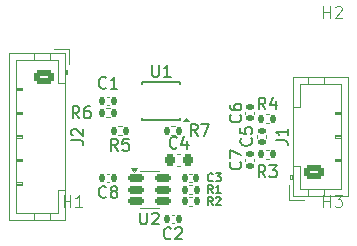
<source format=gbr>
%TF.GenerationSoftware,KiCad,Pcbnew,8.0.1*%
%TF.CreationDate,2024-04-17T01:28:12-04:00*%
%TF.ProjectId,ads1115_board,61647331-3131-4355-9f62-6f6172642e6b,rev?*%
%TF.SameCoordinates,Original*%
%TF.FileFunction,Legend,Top*%
%TF.FilePolarity,Positive*%
%FSLAX46Y46*%
G04 Gerber Fmt 4.6, Leading zero omitted, Abs format (unit mm)*
G04 Created by KiCad (PCBNEW 8.0.1) date 2024-04-17 01:28:12*
%MOMM*%
%LPD*%
G01*
G04 APERTURE LIST*
G04 Aperture macros list*
%AMRoundRect*
0 Rectangle with rounded corners*
0 $1 Rounding radius*
0 $2 $3 $4 $5 $6 $7 $8 $9 X,Y pos of 4 corners*
0 Add a 4 corners polygon primitive as box body*
4,1,4,$2,$3,$4,$5,$6,$7,$8,$9,$2,$3,0*
0 Add four circle primitives for the rounded corners*
1,1,$1+$1,$2,$3*
1,1,$1+$1,$4,$5*
1,1,$1+$1,$6,$7*
1,1,$1+$1,$8,$9*
0 Add four rect primitives between the rounded corners*
20,1,$1+$1,$2,$3,$4,$5,0*
20,1,$1+$1,$4,$5,$6,$7,0*
20,1,$1+$1,$6,$7,$8,$9,0*
20,1,$1+$1,$8,$9,$2,$3,0*%
G04 Aperture macros list end*
%ADD10C,0.100000*%
%ADD11C,0.150000*%
%ADD12C,0.120000*%
%ADD13C,1.300000*%
%ADD14RoundRect,0.225000X-0.225000X-0.250000X0.225000X-0.250000X0.225000X0.250000X-0.225000X0.250000X0*%
%ADD15RoundRect,0.135000X0.135000X0.185000X-0.135000X0.185000X-0.135000X-0.185000X0.135000X-0.185000X0*%
%ADD16RoundRect,0.140000X0.140000X0.170000X-0.140000X0.170000X-0.140000X-0.170000X0.140000X-0.170000X0*%
%ADD17RoundRect,0.140000X-0.140000X-0.170000X0.140000X-0.170000X0.140000X0.170000X-0.140000X0.170000X0*%
%ADD18RoundRect,0.140000X0.170000X-0.140000X0.170000X0.140000X-0.170000X0.140000X-0.170000X-0.140000X0*%
%ADD19RoundRect,0.135000X-0.135000X-0.185000X0.135000X-0.185000X0.135000X0.185000X-0.135000X0.185000X0*%
%ADD20RoundRect,0.250000X0.625000X-0.350000X0.625000X0.350000X-0.625000X0.350000X-0.625000X-0.350000X0*%
%ADD21O,1.750000X1.200000*%
%ADD22RoundRect,0.250000X-0.625000X0.350000X-0.625000X-0.350000X0.625000X-0.350000X0.625000X0.350000X0*%
%ADD23RoundRect,0.150000X-0.512500X-0.150000X0.512500X-0.150000X0.512500X0.150000X-0.512500X0.150000X0*%
%ADD24R,1.100000X0.250000*%
G04 APERTURE END LIST*
D10*
X157238095Y-105957419D02*
X157238095Y-104957419D01*
X157238095Y-105433609D02*
X157809523Y-105433609D01*
X157809523Y-105957419D02*
X157809523Y-104957419D01*
X158190476Y-104957419D02*
X158809523Y-104957419D01*
X158809523Y-104957419D02*
X158476190Y-105338371D01*
X158476190Y-105338371D02*
X158619047Y-105338371D01*
X158619047Y-105338371D02*
X158714285Y-105385990D01*
X158714285Y-105385990D02*
X158761904Y-105433609D01*
X158761904Y-105433609D02*
X158809523Y-105528847D01*
X158809523Y-105528847D02*
X158809523Y-105766942D01*
X158809523Y-105766942D02*
X158761904Y-105862180D01*
X158761904Y-105862180D02*
X158714285Y-105909800D01*
X158714285Y-105909800D02*
X158619047Y-105957419D01*
X158619047Y-105957419D02*
X158333333Y-105957419D01*
X158333333Y-105957419D02*
X158238095Y-105909800D01*
X158238095Y-105909800D02*
X158190476Y-105862180D01*
X157238095Y-89957419D02*
X157238095Y-88957419D01*
X157238095Y-89433609D02*
X157809523Y-89433609D01*
X157809523Y-89957419D02*
X157809523Y-88957419D01*
X158238095Y-89052657D02*
X158285714Y-89005038D01*
X158285714Y-89005038D02*
X158380952Y-88957419D01*
X158380952Y-88957419D02*
X158619047Y-88957419D01*
X158619047Y-88957419D02*
X158714285Y-89005038D01*
X158714285Y-89005038D02*
X158761904Y-89052657D01*
X158761904Y-89052657D02*
X158809523Y-89147895D01*
X158809523Y-89147895D02*
X158809523Y-89243133D01*
X158809523Y-89243133D02*
X158761904Y-89385990D01*
X158761904Y-89385990D02*
X158190476Y-89957419D01*
X158190476Y-89957419D02*
X158809523Y-89957419D01*
X135238095Y-105957419D02*
X135238095Y-104957419D01*
X135238095Y-105433609D02*
X135809523Y-105433609D01*
X135809523Y-105957419D02*
X135809523Y-104957419D01*
X136809523Y-105957419D02*
X136238095Y-105957419D01*
X136523809Y-105957419D02*
X136523809Y-104957419D01*
X136523809Y-104957419D02*
X136428571Y-105100276D01*
X136428571Y-105100276D02*
X136333333Y-105195514D01*
X136333333Y-105195514D02*
X136238095Y-105243133D01*
D11*
X144833333Y-100929580D02*
X144785714Y-100977200D01*
X144785714Y-100977200D02*
X144642857Y-101024819D01*
X144642857Y-101024819D02*
X144547619Y-101024819D01*
X144547619Y-101024819D02*
X144404762Y-100977200D01*
X144404762Y-100977200D02*
X144309524Y-100881961D01*
X144309524Y-100881961D02*
X144261905Y-100786723D01*
X144261905Y-100786723D02*
X144214286Y-100596247D01*
X144214286Y-100596247D02*
X144214286Y-100453390D01*
X144214286Y-100453390D02*
X144261905Y-100262914D01*
X144261905Y-100262914D02*
X144309524Y-100167676D01*
X144309524Y-100167676D02*
X144404762Y-100072438D01*
X144404762Y-100072438D02*
X144547619Y-100024819D01*
X144547619Y-100024819D02*
X144642857Y-100024819D01*
X144642857Y-100024819D02*
X144785714Y-100072438D01*
X144785714Y-100072438D02*
X144833333Y-100120057D01*
X145690476Y-100358152D02*
X145690476Y-101024819D01*
X145452381Y-99977200D02*
X145214286Y-100691485D01*
X145214286Y-100691485D02*
X145833333Y-100691485D01*
X152333333Y-97704819D02*
X152000000Y-97228628D01*
X151761905Y-97704819D02*
X151761905Y-96704819D01*
X151761905Y-96704819D02*
X152142857Y-96704819D01*
X152142857Y-96704819D02*
X152238095Y-96752438D01*
X152238095Y-96752438D02*
X152285714Y-96800057D01*
X152285714Y-96800057D02*
X152333333Y-96895295D01*
X152333333Y-96895295D02*
X152333333Y-97038152D01*
X152333333Y-97038152D02*
X152285714Y-97133390D01*
X152285714Y-97133390D02*
X152238095Y-97181009D01*
X152238095Y-97181009D02*
X152142857Y-97228628D01*
X152142857Y-97228628D02*
X151761905Y-97228628D01*
X153190476Y-97038152D02*
X153190476Y-97704819D01*
X152952381Y-96657200D02*
X152714286Y-97371485D01*
X152714286Y-97371485D02*
X153333333Y-97371485D01*
X147883333Y-105816033D02*
X147650000Y-105482700D01*
X147483333Y-105816033D02*
X147483333Y-105116033D01*
X147483333Y-105116033D02*
X147750000Y-105116033D01*
X147750000Y-105116033D02*
X147816667Y-105149366D01*
X147816667Y-105149366D02*
X147850000Y-105182700D01*
X147850000Y-105182700D02*
X147883333Y-105249366D01*
X147883333Y-105249366D02*
X147883333Y-105349366D01*
X147883333Y-105349366D02*
X147850000Y-105416033D01*
X147850000Y-105416033D02*
X147816667Y-105449366D01*
X147816667Y-105449366D02*
X147750000Y-105482700D01*
X147750000Y-105482700D02*
X147483333Y-105482700D01*
X148150000Y-105182700D02*
X148183333Y-105149366D01*
X148183333Y-105149366D02*
X148250000Y-105116033D01*
X148250000Y-105116033D02*
X148416667Y-105116033D01*
X148416667Y-105116033D02*
X148483333Y-105149366D01*
X148483333Y-105149366D02*
X148516667Y-105182700D01*
X148516667Y-105182700D02*
X148550000Y-105249366D01*
X148550000Y-105249366D02*
X148550000Y-105316033D01*
X148550000Y-105316033D02*
X148516667Y-105416033D01*
X148516667Y-105416033D02*
X148116667Y-105816033D01*
X148116667Y-105816033D02*
X148550000Y-105816033D01*
X147883333Y-103749366D02*
X147850000Y-103782700D01*
X147850000Y-103782700D02*
X147750000Y-103816033D01*
X147750000Y-103816033D02*
X147683333Y-103816033D01*
X147683333Y-103816033D02*
X147583333Y-103782700D01*
X147583333Y-103782700D02*
X147516667Y-103716033D01*
X147516667Y-103716033D02*
X147483333Y-103649366D01*
X147483333Y-103649366D02*
X147450000Y-103516033D01*
X147450000Y-103516033D02*
X147450000Y-103416033D01*
X147450000Y-103416033D02*
X147483333Y-103282700D01*
X147483333Y-103282700D02*
X147516667Y-103216033D01*
X147516667Y-103216033D02*
X147583333Y-103149366D01*
X147583333Y-103149366D02*
X147683333Y-103116033D01*
X147683333Y-103116033D02*
X147750000Y-103116033D01*
X147750000Y-103116033D02*
X147850000Y-103149366D01*
X147850000Y-103149366D02*
X147883333Y-103182700D01*
X148116667Y-103116033D02*
X148550000Y-103116033D01*
X148550000Y-103116033D02*
X148316667Y-103382700D01*
X148316667Y-103382700D02*
X148416667Y-103382700D01*
X148416667Y-103382700D02*
X148483333Y-103416033D01*
X148483333Y-103416033D02*
X148516667Y-103449366D01*
X148516667Y-103449366D02*
X148550000Y-103516033D01*
X148550000Y-103516033D02*
X148550000Y-103682700D01*
X148550000Y-103682700D02*
X148516667Y-103749366D01*
X148516667Y-103749366D02*
X148483333Y-103782700D01*
X148483333Y-103782700D02*
X148416667Y-103816033D01*
X148416667Y-103816033D02*
X148216667Y-103816033D01*
X148216667Y-103816033D02*
X148150000Y-103782700D01*
X148150000Y-103782700D02*
X148116667Y-103749366D01*
X138833333Y-95859580D02*
X138785714Y-95907200D01*
X138785714Y-95907200D02*
X138642857Y-95954819D01*
X138642857Y-95954819D02*
X138547619Y-95954819D01*
X138547619Y-95954819D02*
X138404762Y-95907200D01*
X138404762Y-95907200D02*
X138309524Y-95811961D01*
X138309524Y-95811961D02*
X138261905Y-95716723D01*
X138261905Y-95716723D02*
X138214286Y-95526247D01*
X138214286Y-95526247D02*
X138214286Y-95383390D01*
X138214286Y-95383390D02*
X138261905Y-95192914D01*
X138261905Y-95192914D02*
X138309524Y-95097676D01*
X138309524Y-95097676D02*
X138404762Y-95002438D01*
X138404762Y-95002438D02*
X138547619Y-94954819D01*
X138547619Y-94954819D02*
X138642857Y-94954819D01*
X138642857Y-94954819D02*
X138785714Y-95002438D01*
X138785714Y-95002438D02*
X138833333Y-95050057D01*
X139785714Y-95954819D02*
X139214286Y-95954819D01*
X139500000Y-95954819D02*
X139500000Y-94954819D01*
X139500000Y-94954819D02*
X139404762Y-95097676D01*
X139404762Y-95097676D02*
X139309524Y-95192914D01*
X139309524Y-95192914D02*
X139214286Y-95240533D01*
X139833333Y-101204819D02*
X139500000Y-100728628D01*
X139261905Y-101204819D02*
X139261905Y-100204819D01*
X139261905Y-100204819D02*
X139642857Y-100204819D01*
X139642857Y-100204819D02*
X139738095Y-100252438D01*
X139738095Y-100252438D02*
X139785714Y-100300057D01*
X139785714Y-100300057D02*
X139833333Y-100395295D01*
X139833333Y-100395295D02*
X139833333Y-100538152D01*
X139833333Y-100538152D02*
X139785714Y-100633390D01*
X139785714Y-100633390D02*
X139738095Y-100681009D01*
X139738095Y-100681009D02*
X139642857Y-100728628D01*
X139642857Y-100728628D02*
X139261905Y-100728628D01*
X140738095Y-100204819D02*
X140261905Y-100204819D01*
X140261905Y-100204819D02*
X140214286Y-100681009D01*
X140214286Y-100681009D02*
X140261905Y-100633390D01*
X140261905Y-100633390D02*
X140357143Y-100585771D01*
X140357143Y-100585771D02*
X140595238Y-100585771D01*
X140595238Y-100585771D02*
X140690476Y-100633390D01*
X140690476Y-100633390D02*
X140738095Y-100681009D01*
X140738095Y-100681009D02*
X140785714Y-100776247D01*
X140785714Y-100776247D02*
X140785714Y-101014342D01*
X140785714Y-101014342D02*
X140738095Y-101109580D01*
X140738095Y-101109580D02*
X140690476Y-101157200D01*
X140690476Y-101157200D02*
X140595238Y-101204819D01*
X140595238Y-101204819D02*
X140357143Y-101204819D01*
X140357143Y-101204819D02*
X140261905Y-101157200D01*
X140261905Y-101157200D02*
X140214286Y-101109580D01*
X147883333Y-104816033D02*
X147650000Y-104482700D01*
X147483333Y-104816033D02*
X147483333Y-104116033D01*
X147483333Y-104116033D02*
X147750000Y-104116033D01*
X147750000Y-104116033D02*
X147816667Y-104149366D01*
X147816667Y-104149366D02*
X147850000Y-104182700D01*
X147850000Y-104182700D02*
X147883333Y-104249366D01*
X147883333Y-104249366D02*
X147883333Y-104349366D01*
X147883333Y-104349366D02*
X147850000Y-104416033D01*
X147850000Y-104416033D02*
X147816667Y-104449366D01*
X147816667Y-104449366D02*
X147750000Y-104482700D01*
X147750000Y-104482700D02*
X147483333Y-104482700D01*
X148550000Y-104816033D02*
X148150000Y-104816033D01*
X148350000Y-104816033D02*
X148350000Y-104116033D01*
X148350000Y-104116033D02*
X148283333Y-104216033D01*
X148283333Y-104216033D02*
X148216667Y-104282700D01*
X148216667Y-104282700D02*
X148150000Y-104316033D01*
X151109580Y-100166666D02*
X151157200Y-100214285D01*
X151157200Y-100214285D02*
X151204819Y-100357142D01*
X151204819Y-100357142D02*
X151204819Y-100452380D01*
X151204819Y-100452380D02*
X151157200Y-100595237D01*
X151157200Y-100595237D02*
X151061961Y-100690475D01*
X151061961Y-100690475D02*
X150966723Y-100738094D01*
X150966723Y-100738094D02*
X150776247Y-100785713D01*
X150776247Y-100785713D02*
X150633390Y-100785713D01*
X150633390Y-100785713D02*
X150442914Y-100738094D01*
X150442914Y-100738094D02*
X150347676Y-100690475D01*
X150347676Y-100690475D02*
X150252438Y-100595237D01*
X150252438Y-100595237D02*
X150204819Y-100452380D01*
X150204819Y-100452380D02*
X150204819Y-100357142D01*
X150204819Y-100357142D02*
X150252438Y-100214285D01*
X150252438Y-100214285D02*
X150300057Y-100166666D01*
X150204819Y-99261904D02*
X150204819Y-99738094D01*
X150204819Y-99738094D02*
X150681009Y-99785713D01*
X150681009Y-99785713D02*
X150633390Y-99738094D01*
X150633390Y-99738094D02*
X150585771Y-99642856D01*
X150585771Y-99642856D02*
X150585771Y-99404761D01*
X150585771Y-99404761D02*
X150633390Y-99309523D01*
X150633390Y-99309523D02*
X150681009Y-99261904D01*
X150681009Y-99261904D02*
X150776247Y-99214285D01*
X150776247Y-99214285D02*
X151014342Y-99214285D01*
X151014342Y-99214285D02*
X151109580Y-99261904D01*
X151109580Y-99261904D02*
X151157200Y-99309523D01*
X151157200Y-99309523D02*
X151204819Y-99404761D01*
X151204819Y-99404761D02*
X151204819Y-99642856D01*
X151204819Y-99642856D02*
X151157200Y-99738094D01*
X151157200Y-99738094D02*
X151109580Y-99785713D01*
X136583333Y-98454819D02*
X136250000Y-97978628D01*
X136011905Y-98454819D02*
X136011905Y-97454819D01*
X136011905Y-97454819D02*
X136392857Y-97454819D01*
X136392857Y-97454819D02*
X136488095Y-97502438D01*
X136488095Y-97502438D02*
X136535714Y-97550057D01*
X136535714Y-97550057D02*
X136583333Y-97645295D01*
X136583333Y-97645295D02*
X136583333Y-97788152D01*
X136583333Y-97788152D02*
X136535714Y-97883390D01*
X136535714Y-97883390D02*
X136488095Y-97931009D01*
X136488095Y-97931009D02*
X136392857Y-97978628D01*
X136392857Y-97978628D02*
X136011905Y-97978628D01*
X137440476Y-97454819D02*
X137250000Y-97454819D01*
X137250000Y-97454819D02*
X137154762Y-97502438D01*
X137154762Y-97502438D02*
X137107143Y-97550057D01*
X137107143Y-97550057D02*
X137011905Y-97692914D01*
X137011905Y-97692914D02*
X136964286Y-97883390D01*
X136964286Y-97883390D02*
X136964286Y-98264342D01*
X136964286Y-98264342D02*
X137011905Y-98359580D01*
X137011905Y-98359580D02*
X137059524Y-98407200D01*
X137059524Y-98407200D02*
X137154762Y-98454819D01*
X137154762Y-98454819D02*
X137345238Y-98454819D01*
X137345238Y-98454819D02*
X137440476Y-98407200D01*
X137440476Y-98407200D02*
X137488095Y-98359580D01*
X137488095Y-98359580D02*
X137535714Y-98264342D01*
X137535714Y-98264342D02*
X137535714Y-98026247D01*
X137535714Y-98026247D02*
X137488095Y-97931009D01*
X137488095Y-97931009D02*
X137440476Y-97883390D01*
X137440476Y-97883390D02*
X137345238Y-97835771D01*
X137345238Y-97835771D02*
X137154762Y-97835771D01*
X137154762Y-97835771D02*
X137059524Y-97883390D01*
X137059524Y-97883390D02*
X137011905Y-97931009D01*
X137011905Y-97931009D02*
X136964286Y-98026247D01*
X150199580Y-102166666D02*
X150247200Y-102214285D01*
X150247200Y-102214285D02*
X150294819Y-102357142D01*
X150294819Y-102357142D02*
X150294819Y-102452380D01*
X150294819Y-102452380D02*
X150247200Y-102595237D01*
X150247200Y-102595237D02*
X150151961Y-102690475D01*
X150151961Y-102690475D02*
X150056723Y-102738094D01*
X150056723Y-102738094D02*
X149866247Y-102785713D01*
X149866247Y-102785713D02*
X149723390Y-102785713D01*
X149723390Y-102785713D02*
X149532914Y-102738094D01*
X149532914Y-102738094D02*
X149437676Y-102690475D01*
X149437676Y-102690475D02*
X149342438Y-102595237D01*
X149342438Y-102595237D02*
X149294819Y-102452380D01*
X149294819Y-102452380D02*
X149294819Y-102357142D01*
X149294819Y-102357142D02*
X149342438Y-102214285D01*
X149342438Y-102214285D02*
X149390057Y-102166666D01*
X149294819Y-101833332D02*
X149294819Y-101166666D01*
X149294819Y-101166666D02*
X150294819Y-101595237D01*
X146583333Y-99954819D02*
X146250000Y-99478628D01*
X146011905Y-99954819D02*
X146011905Y-98954819D01*
X146011905Y-98954819D02*
X146392857Y-98954819D01*
X146392857Y-98954819D02*
X146488095Y-99002438D01*
X146488095Y-99002438D02*
X146535714Y-99050057D01*
X146535714Y-99050057D02*
X146583333Y-99145295D01*
X146583333Y-99145295D02*
X146583333Y-99288152D01*
X146583333Y-99288152D02*
X146535714Y-99383390D01*
X146535714Y-99383390D02*
X146488095Y-99431009D01*
X146488095Y-99431009D02*
X146392857Y-99478628D01*
X146392857Y-99478628D02*
X146011905Y-99478628D01*
X146916667Y-98954819D02*
X147583333Y-98954819D01*
X147583333Y-98954819D02*
X147154762Y-99954819D01*
X150199580Y-98166666D02*
X150247200Y-98214285D01*
X150247200Y-98214285D02*
X150294819Y-98357142D01*
X150294819Y-98357142D02*
X150294819Y-98452380D01*
X150294819Y-98452380D02*
X150247200Y-98595237D01*
X150247200Y-98595237D02*
X150151961Y-98690475D01*
X150151961Y-98690475D02*
X150056723Y-98738094D01*
X150056723Y-98738094D02*
X149866247Y-98785713D01*
X149866247Y-98785713D02*
X149723390Y-98785713D01*
X149723390Y-98785713D02*
X149532914Y-98738094D01*
X149532914Y-98738094D02*
X149437676Y-98690475D01*
X149437676Y-98690475D02*
X149342438Y-98595237D01*
X149342438Y-98595237D02*
X149294819Y-98452380D01*
X149294819Y-98452380D02*
X149294819Y-98357142D01*
X149294819Y-98357142D02*
X149342438Y-98214285D01*
X149342438Y-98214285D02*
X149390057Y-98166666D01*
X149294819Y-97309523D02*
X149294819Y-97499999D01*
X149294819Y-97499999D02*
X149342438Y-97595237D01*
X149342438Y-97595237D02*
X149390057Y-97642856D01*
X149390057Y-97642856D02*
X149532914Y-97738094D01*
X149532914Y-97738094D02*
X149723390Y-97785713D01*
X149723390Y-97785713D02*
X150104342Y-97785713D01*
X150104342Y-97785713D02*
X150199580Y-97738094D01*
X150199580Y-97738094D02*
X150247200Y-97690475D01*
X150247200Y-97690475D02*
X150294819Y-97595237D01*
X150294819Y-97595237D02*
X150294819Y-97404761D01*
X150294819Y-97404761D02*
X150247200Y-97309523D01*
X150247200Y-97309523D02*
X150199580Y-97261904D01*
X150199580Y-97261904D02*
X150104342Y-97214285D01*
X150104342Y-97214285D02*
X149866247Y-97214285D01*
X149866247Y-97214285D02*
X149771009Y-97261904D01*
X149771009Y-97261904D02*
X149723390Y-97309523D01*
X149723390Y-97309523D02*
X149675771Y-97404761D01*
X149675771Y-97404761D02*
X149675771Y-97595237D01*
X149675771Y-97595237D02*
X149723390Y-97690475D01*
X149723390Y-97690475D02*
X149771009Y-97738094D01*
X149771009Y-97738094D02*
X149866247Y-97785713D01*
X153204819Y-100333333D02*
X153919104Y-100333333D01*
X153919104Y-100333333D02*
X154061961Y-100380952D01*
X154061961Y-100380952D02*
X154157200Y-100476190D01*
X154157200Y-100476190D02*
X154204819Y-100619047D01*
X154204819Y-100619047D02*
X154204819Y-100714285D01*
X154204819Y-99333333D02*
X154204819Y-99904761D01*
X154204819Y-99619047D02*
X153204819Y-99619047D01*
X153204819Y-99619047D02*
X153347676Y-99714285D01*
X153347676Y-99714285D02*
X153442914Y-99809523D01*
X153442914Y-99809523D02*
X153490533Y-99904761D01*
X144333333Y-108609580D02*
X144285714Y-108657200D01*
X144285714Y-108657200D02*
X144142857Y-108704819D01*
X144142857Y-108704819D02*
X144047619Y-108704819D01*
X144047619Y-108704819D02*
X143904762Y-108657200D01*
X143904762Y-108657200D02*
X143809524Y-108561961D01*
X143809524Y-108561961D02*
X143761905Y-108466723D01*
X143761905Y-108466723D02*
X143714286Y-108276247D01*
X143714286Y-108276247D02*
X143714286Y-108133390D01*
X143714286Y-108133390D02*
X143761905Y-107942914D01*
X143761905Y-107942914D02*
X143809524Y-107847676D01*
X143809524Y-107847676D02*
X143904762Y-107752438D01*
X143904762Y-107752438D02*
X144047619Y-107704819D01*
X144047619Y-107704819D02*
X144142857Y-107704819D01*
X144142857Y-107704819D02*
X144285714Y-107752438D01*
X144285714Y-107752438D02*
X144333333Y-107800057D01*
X144714286Y-107800057D02*
X144761905Y-107752438D01*
X144761905Y-107752438D02*
X144857143Y-107704819D01*
X144857143Y-107704819D02*
X145095238Y-107704819D01*
X145095238Y-107704819D02*
X145190476Y-107752438D01*
X145190476Y-107752438D02*
X145238095Y-107800057D01*
X145238095Y-107800057D02*
X145285714Y-107895295D01*
X145285714Y-107895295D02*
X145285714Y-107990533D01*
X145285714Y-107990533D02*
X145238095Y-108133390D01*
X145238095Y-108133390D02*
X144666667Y-108704819D01*
X144666667Y-108704819D02*
X145285714Y-108704819D01*
X138833333Y-105109580D02*
X138785714Y-105157200D01*
X138785714Y-105157200D02*
X138642857Y-105204819D01*
X138642857Y-105204819D02*
X138547619Y-105204819D01*
X138547619Y-105204819D02*
X138404762Y-105157200D01*
X138404762Y-105157200D02*
X138309524Y-105061961D01*
X138309524Y-105061961D02*
X138261905Y-104966723D01*
X138261905Y-104966723D02*
X138214286Y-104776247D01*
X138214286Y-104776247D02*
X138214286Y-104633390D01*
X138214286Y-104633390D02*
X138261905Y-104442914D01*
X138261905Y-104442914D02*
X138309524Y-104347676D01*
X138309524Y-104347676D02*
X138404762Y-104252438D01*
X138404762Y-104252438D02*
X138547619Y-104204819D01*
X138547619Y-104204819D02*
X138642857Y-104204819D01*
X138642857Y-104204819D02*
X138785714Y-104252438D01*
X138785714Y-104252438D02*
X138833333Y-104300057D01*
X139404762Y-104633390D02*
X139309524Y-104585771D01*
X139309524Y-104585771D02*
X139261905Y-104538152D01*
X139261905Y-104538152D02*
X139214286Y-104442914D01*
X139214286Y-104442914D02*
X139214286Y-104395295D01*
X139214286Y-104395295D02*
X139261905Y-104300057D01*
X139261905Y-104300057D02*
X139309524Y-104252438D01*
X139309524Y-104252438D02*
X139404762Y-104204819D01*
X139404762Y-104204819D02*
X139595238Y-104204819D01*
X139595238Y-104204819D02*
X139690476Y-104252438D01*
X139690476Y-104252438D02*
X139738095Y-104300057D01*
X139738095Y-104300057D02*
X139785714Y-104395295D01*
X139785714Y-104395295D02*
X139785714Y-104442914D01*
X139785714Y-104442914D02*
X139738095Y-104538152D01*
X139738095Y-104538152D02*
X139690476Y-104585771D01*
X139690476Y-104585771D02*
X139595238Y-104633390D01*
X139595238Y-104633390D02*
X139404762Y-104633390D01*
X139404762Y-104633390D02*
X139309524Y-104681009D01*
X139309524Y-104681009D02*
X139261905Y-104728628D01*
X139261905Y-104728628D02*
X139214286Y-104823866D01*
X139214286Y-104823866D02*
X139214286Y-105014342D01*
X139214286Y-105014342D02*
X139261905Y-105109580D01*
X139261905Y-105109580D02*
X139309524Y-105157200D01*
X139309524Y-105157200D02*
X139404762Y-105204819D01*
X139404762Y-105204819D02*
X139595238Y-105204819D01*
X139595238Y-105204819D02*
X139690476Y-105157200D01*
X139690476Y-105157200D02*
X139738095Y-105109580D01*
X139738095Y-105109580D02*
X139785714Y-105014342D01*
X139785714Y-105014342D02*
X139785714Y-104823866D01*
X139785714Y-104823866D02*
X139738095Y-104728628D01*
X139738095Y-104728628D02*
X139690476Y-104681009D01*
X139690476Y-104681009D02*
X139595238Y-104633390D01*
X135904819Y-100333333D02*
X136619104Y-100333333D01*
X136619104Y-100333333D02*
X136761961Y-100380952D01*
X136761961Y-100380952D02*
X136857200Y-100476190D01*
X136857200Y-100476190D02*
X136904819Y-100619047D01*
X136904819Y-100619047D02*
X136904819Y-100714285D01*
X136000057Y-99904761D02*
X135952438Y-99857142D01*
X135952438Y-99857142D02*
X135904819Y-99761904D01*
X135904819Y-99761904D02*
X135904819Y-99523809D01*
X135904819Y-99523809D02*
X135952438Y-99428571D01*
X135952438Y-99428571D02*
X136000057Y-99380952D01*
X136000057Y-99380952D02*
X136095295Y-99333333D01*
X136095295Y-99333333D02*
X136190533Y-99333333D01*
X136190533Y-99333333D02*
X136333390Y-99380952D01*
X136333390Y-99380952D02*
X136904819Y-99952380D01*
X136904819Y-99952380D02*
X136904819Y-99333333D01*
X141738095Y-106454819D02*
X141738095Y-107264342D01*
X141738095Y-107264342D02*
X141785714Y-107359580D01*
X141785714Y-107359580D02*
X141833333Y-107407200D01*
X141833333Y-107407200D02*
X141928571Y-107454819D01*
X141928571Y-107454819D02*
X142119047Y-107454819D01*
X142119047Y-107454819D02*
X142214285Y-107407200D01*
X142214285Y-107407200D02*
X142261904Y-107359580D01*
X142261904Y-107359580D02*
X142309523Y-107264342D01*
X142309523Y-107264342D02*
X142309523Y-106454819D01*
X142738095Y-106550057D02*
X142785714Y-106502438D01*
X142785714Y-106502438D02*
X142880952Y-106454819D01*
X142880952Y-106454819D02*
X143119047Y-106454819D01*
X143119047Y-106454819D02*
X143214285Y-106502438D01*
X143214285Y-106502438D02*
X143261904Y-106550057D01*
X143261904Y-106550057D02*
X143309523Y-106645295D01*
X143309523Y-106645295D02*
X143309523Y-106740533D01*
X143309523Y-106740533D02*
X143261904Y-106883390D01*
X143261904Y-106883390D02*
X142690476Y-107454819D01*
X142690476Y-107454819D02*
X143309523Y-107454819D01*
X142738095Y-93954819D02*
X142738095Y-94764342D01*
X142738095Y-94764342D02*
X142785714Y-94859580D01*
X142785714Y-94859580D02*
X142833333Y-94907200D01*
X142833333Y-94907200D02*
X142928571Y-94954819D01*
X142928571Y-94954819D02*
X143119047Y-94954819D01*
X143119047Y-94954819D02*
X143214285Y-94907200D01*
X143214285Y-94907200D02*
X143261904Y-94859580D01*
X143261904Y-94859580D02*
X143309523Y-94764342D01*
X143309523Y-94764342D02*
X143309523Y-93954819D01*
X144309523Y-94954819D02*
X143738095Y-94954819D01*
X144023809Y-94954819D02*
X144023809Y-93954819D01*
X144023809Y-93954819D02*
X143928571Y-94097676D01*
X143928571Y-94097676D02*
X143833333Y-94192914D01*
X143833333Y-94192914D02*
X143738095Y-94240533D01*
X152333333Y-103454819D02*
X152000000Y-102978628D01*
X151761905Y-103454819D02*
X151761905Y-102454819D01*
X151761905Y-102454819D02*
X152142857Y-102454819D01*
X152142857Y-102454819D02*
X152238095Y-102502438D01*
X152238095Y-102502438D02*
X152285714Y-102550057D01*
X152285714Y-102550057D02*
X152333333Y-102645295D01*
X152333333Y-102645295D02*
X152333333Y-102788152D01*
X152333333Y-102788152D02*
X152285714Y-102883390D01*
X152285714Y-102883390D02*
X152238095Y-102931009D01*
X152238095Y-102931009D02*
X152142857Y-102978628D01*
X152142857Y-102978628D02*
X151761905Y-102978628D01*
X152666667Y-102454819D02*
X153285714Y-102454819D01*
X153285714Y-102454819D02*
X152952381Y-102835771D01*
X152952381Y-102835771D02*
X153095238Y-102835771D01*
X153095238Y-102835771D02*
X153190476Y-102883390D01*
X153190476Y-102883390D02*
X153238095Y-102931009D01*
X153238095Y-102931009D02*
X153285714Y-103026247D01*
X153285714Y-103026247D02*
X153285714Y-103264342D01*
X153285714Y-103264342D02*
X153238095Y-103359580D01*
X153238095Y-103359580D02*
X153190476Y-103407200D01*
X153190476Y-103407200D02*
X153095238Y-103454819D01*
X153095238Y-103454819D02*
X152809524Y-103454819D01*
X152809524Y-103454819D02*
X152714286Y-103407200D01*
X152714286Y-103407200D02*
X152666667Y-103359580D01*
D12*
%TO.C,C4*%
X144859420Y-101490000D02*
X145140580Y-101490000D01*
X144859420Y-102510000D02*
X145140580Y-102510000D01*
%TO.C,R4*%
X152653641Y-98120000D02*
X152346359Y-98120000D01*
X152653641Y-98880000D02*
X152346359Y-98880000D01*
%TO.C,R2*%
X146153641Y-105120000D02*
X145846359Y-105120000D01*
X146153641Y-105880000D02*
X145846359Y-105880000D01*
%TO.C,C3*%
X146107836Y-103140000D02*
X145892164Y-103140000D01*
X146107836Y-103860000D02*
X145892164Y-103860000D01*
%TO.C,C1*%
X138892164Y-96640000D02*
X139107836Y-96640000D01*
X138892164Y-97360000D02*
X139107836Y-97360000D01*
%TO.C,R5*%
X140153641Y-99120000D02*
X139846359Y-99120000D01*
X140153641Y-99880000D02*
X139846359Y-99880000D01*
%TO.C,R1*%
X146153641Y-104120000D02*
X145846359Y-104120000D01*
X146153641Y-104880000D02*
X145846359Y-104880000D01*
%TO.C,C5*%
X152360000Y-100107836D02*
X152360000Y-99892164D01*
X151640000Y-100107836D02*
X151640000Y-99892164D01*
%TO.C,R6*%
X138846359Y-97620000D02*
X139153641Y-97620000D01*
X138846359Y-98380000D02*
X139153641Y-98380000D01*
%TO.C,C7*%
X150640000Y-102107836D02*
X150640000Y-101892164D01*
X151360000Y-102107836D02*
X151360000Y-101892164D01*
%TO.C,R7*%
X144653641Y-99880000D02*
X144346359Y-99880000D01*
X144653641Y-99120000D02*
X144346359Y-99120000D01*
%TO.C,C6*%
X150640000Y-98107836D02*
X150640000Y-97892164D01*
X151360000Y-98107836D02*
X151360000Y-97892164D01*
%TO.C,J1*%
X154340000Y-104110000D02*
X154340000Y-105360000D01*
X154340000Y-105360000D02*
X155590000Y-105360000D01*
X154440000Y-103300000D02*
X154440000Y-103600000D01*
X154440000Y-103600000D02*
X154640000Y-103600000D01*
X154540000Y-103300000D02*
X154540000Y-103600000D01*
X154640000Y-94940000D02*
X154640000Y-105060000D01*
X154640000Y-102500000D02*
X155250000Y-102500000D01*
X154640000Y-103300000D02*
X154440000Y-103300000D01*
X154640000Y-105060000D02*
X159360000Y-105060000D01*
X155250000Y-95550000D02*
X155250000Y-97500000D01*
X155250000Y-97500000D02*
X154640000Y-97500000D01*
X155250000Y-102500000D02*
X155250000Y-104450000D01*
X155250000Y-104450000D02*
X158750000Y-104450000D01*
X155950000Y-94940000D02*
X155950000Y-95550000D01*
X155950000Y-105060000D02*
X155950000Y-104450000D01*
X157250000Y-94940000D02*
X157250000Y-95550000D01*
X157250000Y-105060000D02*
X157250000Y-104450000D01*
X158250000Y-97900000D02*
X158750000Y-97900000D01*
X158250000Y-98100000D02*
X158250000Y-97900000D01*
X158250000Y-99900000D02*
X158750000Y-99900000D01*
X158250000Y-100100000D02*
X158250000Y-99900000D01*
X158250000Y-101900000D02*
X158750000Y-101900000D01*
X158250000Y-102100000D02*
X158250000Y-101900000D01*
X158750000Y-95550000D02*
X155250000Y-95550000D01*
X158750000Y-98000000D02*
X158250000Y-98000000D01*
X158750000Y-98100000D02*
X158250000Y-98100000D01*
X158750000Y-100000000D02*
X158250000Y-100000000D01*
X158750000Y-100100000D02*
X158250000Y-100100000D01*
X158750000Y-102000000D02*
X158250000Y-102000000D01*
X158750000Y-102100000D02*
X158250000Y-102100000D01*
X158750000Y-104450000D02*
X158750000Y-95550000D01*
X159360000Y-94940000D02*
X154640000Y-94940000D01*
X159360000Y-105060000D02*
X159360000Y-94940000D01*
%TO.C,C2*%
X144392164Y-107360000D02*
X144607836Y-107360000D01*
X144392164Y-106640000D02*
X144607836Y-106640000D01*
%TO.C,C8*%
X139107836Y-103140000D02*
X138892164Y-103140000D01*
X139107836Y-103860000D02*
X138892164Y-103860000D01*
%TO.C,J2*%
X130640000Y-92940000D02*
X130640000Y-107060000D01*
X130640000Y-107060000D02*
X135360000Y-107060000D01*
X131250000Y-93550000D02*
X131250000Y-106450000D01*
X131250000Y-95900000D02*
X131750000Y-95900000D01*
X131250000Y-96000000D02*
X131750000Y-96000000D01*
X131250000Y-97900000D02*
X131750000Y-97900000D01*
X131250000Y-98000000D02*
X131750000Y-98000000D01*
X131250000Y-99900000D02*
X131750000Y-99900000D01*
X131250000Y-100000000D02*
X131750000Y-100000000D01*
X131250000Y-101900000D02*
X131750000Y-101900000D01*
X131250000Y-102000000D02*
X131750000Y-102000000D01*
X131250000Y-103900000D02*
X131750000Y-103900000D01*
X131250000Y-104000000D02*
X131750000Y-104000000D01*
X131250000Y-106450000D02*
X134750000Y-106450000D01*
X131750000Y-95900000D02*
X131750000Y-96100000D01*
X131750000Y-96100000D02*
X131250000Y-96100000D01*
X131750000Y-97900000D02*
X131750000Y-98100000D01*
X131750000Y-98100000D02*
X131250000Y-98100000D01*
X131750000Y-99900000D02*
X131750000Y-100100000D01*
X131750000Y-100100000D02*
X131250000Y-100100000D01*
X131750000Y-101900000D02*
X131750000Y-102100000D01*
X131750000Y-102100000D02*
X131250000Y-102100000D01*
X131750000Y-103900000D02*
X131750000Y-104100000D01*
X131750000Y-104100000D02*
X131250000Y-104100000D01*
X132750000Y-92940000D02*
X132750000Y-93550000D01*
X132750000Y-107060000D02*
X132750000Y-106450000D01*
X134050000Y-92940000D02*
X134050000Y-93550000D01*
X134050000Y-107060000D02*
X134050000Y-106450000D01*
X134750000Y-93550000D02*
X131250000Y-93550000D01*
X134750000Y-95500000D02*
X134750000Y-93550000D01*
X134750000Y-104500000D02*
X135360000Y-104500000D01*
X134750000Y-106450000D02*
X134750000Y-104500000D01*
X135360000Y-92940000D02*
X130640000Y-92940000D01*
X135360000Y-94700000D02*
X135560000Y-94700000D01*
X135360000Y-95500000D02*
X134750000Y-95500000D01*
X135360000Y-107060000D02*
X135360000Y-92940000D01*
X135460000Y-94700000D02*
X135460000Y-94400000D01*
X135560000Y-94400000D02*
X135360000Y-94400000D01*
X135560000Y-94700000D02*
X135560000Y-94400000D01*
X135660000Y-92640000D02*
X134410000Y-92640000D01*
X135660000Y-93890000D02*
X135660000Y-92640000D01*
%TO.C,U2*%
X142500000Y-102940000D02*
X141700000Y-102940000D01*
X142500000Y-102940000D02*
X143300000Y-102940000D01*
X142500000Y-106060000D02*
X141700000Y-106060000D01*
X142500000Y-106060000D02*
X143300000Y-106060000D01*
X141200000Y-102990000D02*
X140960000Y-102660000D01*
X141440000Y-102660000D01*
X141200000Y-102990000D01*
G36*
X141200000Y-102990000D02*
G01*
X140960000Y-102660000D01*
X141440000Y-102660000D01*
X141200000Y-102990000D01*
G37*
D11*
%TO.C,U1*%
X141875000Y-95375000D02*
X141875000Y-95600000D01*
X141875000Y-98625000D02*
X141875000Y-98400000D01*
X145125000Y-95375000D02*
X141875000Y-95375000D01*
X145125000Y-95375000D02*
X145125000Y-95600000D01*
X145125000Y-98625000D02*
X141875000Y-98625000D01*
X145125000Y-98625000D02*
X145125000Y-98400000D01*
D12*
X145840000Y-98730000D02*
X145360000Y-98730000D01*
X145600000Y-98400000D01*
X145840000Y-98730000D01*
G36*
X145840000Y-98730000D02*
G01*
X145360000Y-98730000D01*
X145600000Y-98400000D01*
X145840000Y-98730000D01*
G37*
%TO.C,R3*%
X152346359Y-101120000D02*
X152653641Y-101120000D01*
X152346359Y-101880000D02*
X152653641Y-101880000D01*
%TD*%
%LPC*%
D13*
%TO.C,H3*%
X158000000Y-108000000D03*
%TD*%
%TO.C,H2*%
X158000000Y-92000000D03*
%TD*%
%TO.C,H1*%
X136000000Y-108000000D03*
%TD*%
D14*
%TO.C,C4*%
X144225000Y-102000000D03*
X145775000Y-102000000D03*
%TD*%
D15*
%TO.C,R4*%
X153010000Y-98500000D03*
X151990000Y-98500000D03*
%TD*%
%TO.C,R2*%
X146510000Y-105500000D03*
X145490000Y-105500000D03*
%TD*%
D16*
%TO.C,C3*%
X146480000Y-103500000D03*
X145520000Y-103500000D03*
%TD*%
D17*
%TO.C,C1*%
X138520000Y-97000000D03*
X139480000Y-97000000D03*
%TD*%
D15*
%TO.C,R5*%
X140510000Y-99500000D03*
X139490000Y-99500000D03*
%TD*%
%TO.C,R1*%
X146510000Y-104500000D03*
X145490000Y-104500000D03*
%TD*%
D18*
%TO.C,C5*%
X152000000Y-100480000D03*
X152000000Y-99520000D03*
%TD*%
D19*
%TO.C,R6*%
X138490000Y-98000000D03*
X139510000Y-98000000D03*
%TD*%
D18*
%TO.C,C7*%
X151000000Y-102480000D03*
X151000000Y-101520000D03*
%TD*%
D15*
%TO.C,R7*%
X143990000Y-99500000D03*
X145010000Y-99500000D03*
%TD*%
D18*
%TO.C,C6*%
X151000000Y-98480000D03*
X151000000Y-97520000D03*
%TD*%
D20*
%TO.C,J1*%
X156450000Y-103000000D03*
D21*
X156450000Y-101000000D03*
X156450000Y-99000000D03*
X156450000Y-97000000D03*
%TD*%
D17*
%TO.C,C2*%
X144980000Y-107000000D03*
X144020000Y-107000000D03*
%TD*%
D16*
%TO.C,C8*%
X139480000Y-103500000D03*
X138520000Y-103500000D03*
%TD*%
D22*
%TO.C,J2*%
X133550000Y-95000000D03*
D21*
X133550000Y-97000000D03*
X133550000Y-99000000D03*
X133550000Y-101000000D03*
X133550000Y-103000000D03*
X133550000Y-105000000D03*
%TD*%
D23*
%TO.C,U2*%
X141362500Y-103550000D03*
X141362500Y-104500000D03*
X141362500Y-105450000D03*
X143637500Y-105450000D03*
X143637500Y-104500000D03*
X143637500Y-103550000D03*
%TD*%
D24*
%TO.C,U1*%
X145650000Y-98000000D03*
X145650000Y-97500000D03*
X145650000Y-97000000D03*
X145650000Y-96500000D03*
X145650000Y-96000000D03*
X141350000Y-96000000D03*
X141350000Y-96500000D03*
X141350000Y-97000000D03*
X141350000Y-97500000D03*
X141350000Y-98000000D03*
%TD*%
D19*
%TO.C,R3*%
X151990000Y-101500000D03*
X153010000Y-101500000D03*
%TD*%
%LPD*%
M02*

</source>
